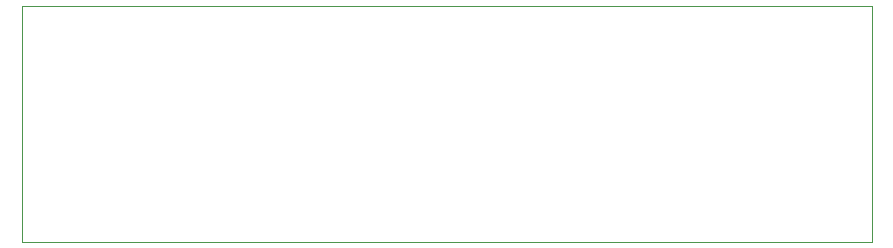
<source format=gbr>
G04 #@! TF.GenerationSoftware,KiCad,Pcbnew,5.1.5+dfsg1-2build2*
G04 #@! TF.CreationDate,2021-08-12T21:57:11-05:00*
G04 #@! TF.ProjectId,INRUSH_CURRENT_LIMITER,494e5255-5348-45f4-9355-5252454e545f,rev?*
G04 #@! TF.SameCoordinates,Original*
G04 #@! TF.FileFunction,Profile,NP*
%FSLAX46Y46*%
G04 Gerber Fmt 4.6, Leading zero omitted, Abs format (unit mm)*
G04 Created by KiCad (PCBNEW 5.1.5+dfsg1-2build2) date 2021-08-12 21:57:11*
%MOMM*%
%LPD*%
G04 APERTURE LIST*
%ADD10C,0.050000*%
G04 APERTURE END LIST*
D10*
X172000000Y-100000000D02*
X172000000Y-120000000D01*
X100000000Y-100000000D02*
X100000000Y-120000000D01*
X100000000Y-120000000D02*
X172000000Y-120000000D01*
X100000000Y-100000000D02*
X172000000Y-100000000D01*
M02*

</source>
